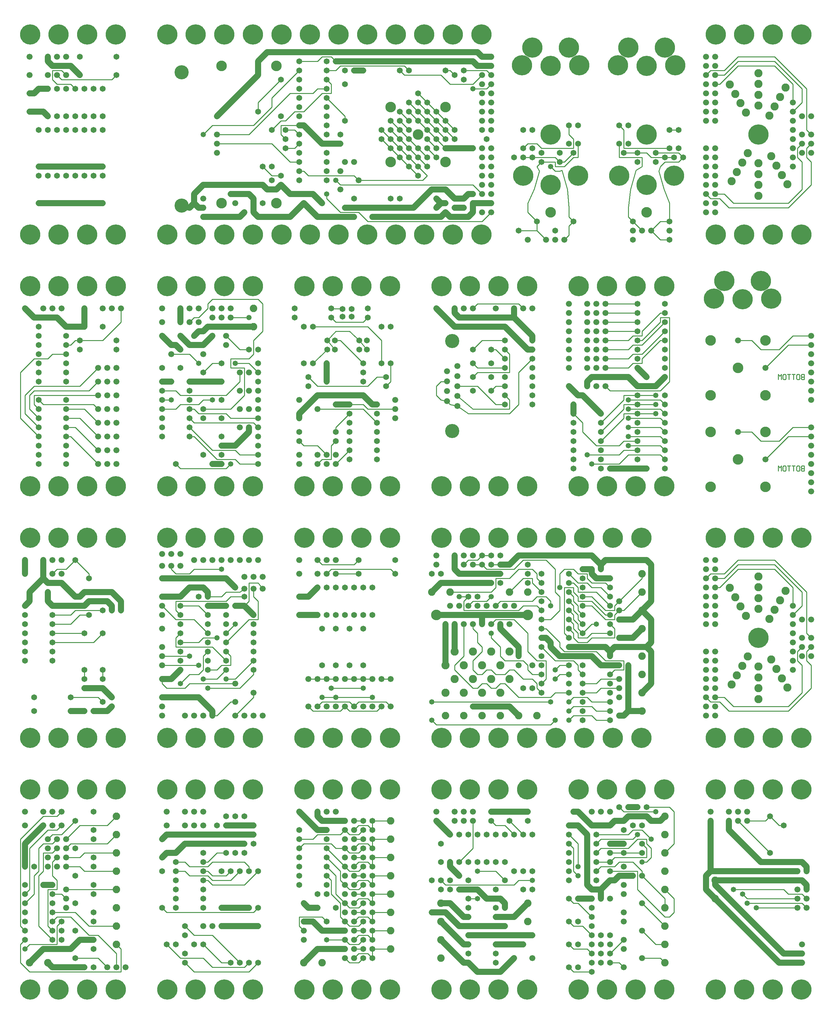
<source format=gbl>
%MOIN*%
%FSLAX25Y25*%
G04 D10 used for Character Trace; *
G04     Circle (OD=.01000) (No hole)*
G04 D11 used for Power Trace; *
G04     Circle (OD=.06700) (No hole)*
G04 D12 used for Signal Trace; *
G04     Circle (OD=.01100) (No hole)*
G04 D13 used for Via; *
G04     Circle (OD=.05800) (Round. Hole ID=.02800)*
G04 D14 used for Component hole; *
G04     Circle (OD=.06500) (Round. Hole ID=.03500)*
G04 D15 used for Component hole; *
G04     Circle (OD=.06600) (Round. Hole ID=.04200)*
G04 D16 used for Component hole; *
G04     Circle (OD=.08200) (Round. Hole ID=.05200)*
G04 D17 used for Component hole; *
G04     Circle (OD=.08900) (Round. Hole ID=.05900)*
G04 D18 used for Component hole; *
G04     Circle (OD=.11600) (Round. Hole ID=.08600)*
G04 D19 used for Component hole; *
G04     Circle (OD=.15500) (Round. Hole ID=.12500)*
G04 D20 used for Component hole; *
G04     Circle (OD=.18200) (Round. Hole ID=.15200)*
G04 D21 used for Component hole; *
G04     Circle (OD=.22100) (Round. Hole ID=.19100)*
%ADD10C,.01000*%
%ADD11C,.06700*%
%ADD12C,.01100*%
%ADD13C,.05800*%
%ADD14C,.06500*%
%ADD15C,.06600*%
%ADD16C,.08200*%
%ADD17C,.08900*%
%ADD18C,.11600*%
%ADD19C,.15500*%
%ADD20C,.18200*%
%ADD21C,.22100*%
%IPPOS*%
%LPD*%
G90*X0Y0D02*D21*X15625Y15625D03*D12*              
X15000Y35000D02*X115000D01*Y60000D01*             
X110000Y65000D01*D16*D03*D12*Y40000D02*Y55000D01* 
D15*Y40000D03*X120000D03*X100000D03*D12*          
X90000Y50000D01*X65000D01*D14*D03*D13*            
X75000Y40000D03*D11*X40000D01*X35000Y45000D01*D16*
D03*D14*X50000Y60000D03*D11*X30000D01*            
X15000Y45000D01*D16*D03*D12*Y35000D02*            
X5000Y45000D01*Y65000D01*X10000Y70000D01*D14*D03* 
D12*Y60000D02*X15000Y65000D01*D13*X10000Y60000D03*
D12*X15000Y65000D02*X45000D01*Y85000D01*          
X50000Y90000D01*D14*D03*D12*X40000D02*            
X45000Y95000D01*D14*X40000Y90000D03*D12*          
X45000Y95000D02*X60000D01*X80000Y75000D01*        
X90000D01*X110000Y55000D01*D14*X85000Y70000D03*   
D11*X70000D01*X60000Y60000D01*X50000D01*D14*      
X40000Y70000D03*D12*X25000Y85000D01*Y140000D01*   
X30000Y145000D01*Y165000D01*X40000D01*            
X45000Y170000D01*D15*D03*D12*X30000Y175000D02*    
X40000D01*X25000Y170000D02*X30000Y175000D01*      
X25000Y145000D02*Y170000D01*X20000Y140000D02*     
X25000Y145000D01*X20000Y120000D02*Y140000D01*     
X10000Y110000D02*X20000Y120000D01*D14*            
X10000Y110000D03*Y120000D03*D12*X15000Y125000D01* 
Y170000D01*X35000Y190000D01*X45000D01*            
X50000Y195000D01*D15*D03*D12*X35000Y180000D02*    
X40000Y185000D01*D15*X35000Y180000D03*D12*        
X40000Y175000D02*X45000Y180000D01*D15*D03*D12*    
X40000Y185000D02*X50000D01*D15*X30000Y195000D03*  
D11*X10000Y175000D01*Y150000D01*D14*D03*X20000D03*
D13*X30000Y130000D03*D11*X40000D01*D14*D03*D12*   
X35000Y125000D02*X45000D01*X35000Y85000D02*       
Y125000D01*X40000Y80000D02*X35000Y85000D01*D14*   
X40000Y80000D03*X50000Y70000D03*Y80000D03*        
X40000Y100000D03*D12*X65000D01*X80000Y85000D01*   
X110000D01*D16*D03*Y105000D03*D14*X85000Y60000D03*
Y100000D03*Y90000D03*Y120000D03*D16*              
X110000Y125000D03*D12*X55000D01*D15*D03*D12*      
Y115000D02*X50000Y120000D01*D15*X55000Y115000D03* 
D12*X40000Y120000D02*X50000D01*D14*X40000D03*D12* 
X45000Y125000D02*Y135000D01*X40000Y140000D01*     
Y155000D01*X45000Y160000D01*D15*D03*              
X55000Y150000D03*D12*X70000D01*X75000Y145000D01*  
X110000D01*D16*D03*Y165000D03*D12*X75000D01*      
X70000Y160000D01*X55000D01*D15*D03*D14*           
X65000Y170000D03*D15*X45000Y150000D03*            
X55000Y170000D03*D12*X60000Y175000D01*X100000D01* 
X110000Y185000D01*D16*D03*D12*X70000Y195000D02*   
X100000D01*X55000Y180000D02*X70000Y195000D01*D15* 
X55000Y180000D03*D12*X50000Y185000D02*            
X65000Y200000D01*D14*D03*D15*X50000Y210000D03*D12*
X45000Y205000D01*X30000D01*X5000Y180000D01*       
Y85000D01*X10000Y80000D01*D14*D03*Y90000D03*      
Y100000D03*X40000Y110000D03*D15*X55000Y105000D03* 
D14*X10000Y130000D03*X65000Y80000D03*Y110000D03*  
Y140000D03*D21*X46875Y15625D03*X78125D03*D15*     
X35000Y150000D03*D14*X85000Y40000D03*Y130000D03*  
Y150000D03*Y160000D03*D15*X35000D03*Y170000D03*   
D14*X85000Y180000D03*D21*X109375Y15625D03*D14*    
X85000Y190000D03*D12*X100000Y195000D02*           
X110000Y205000D01*D16*D03*D14*X85000Y210000D03*   
D21*X78125Y234375D03*X109375D03*X46875D03*D15*    
X40000Y210000D03*Y195000D03*X30000Y210000D03*D21* 
X15625Y234375D03*D15*X10000Y210000D03*Y195000D03* 
G90*X0Y0D02*D14*X160000Y160000D03*D11*            
X165000Y165000D01*X175000D01*D14*D03*D11*         
X185000Y175000D01*X220000D01*D14*D03*D11*         
X230000D01*D13*D03*D11*X250000D01*D13*D03*D14*    
X260000Y185000D03*D11*X240000D01*D13*D03*D11*     
X220000D01*D14*D03*D11*X205000D01*D13*D03*D11*    
X165000D01*X160000Y180000D01*D14*D03*D15*         
X165000Y195000D03*D12*X190000Y150000D02*          
X185000Y155000D01*X190000Y150000D02*X210000D01*   
X215000Y155000D01*X250000D01*X255000Y150000D01*   
Y145000D01*D14*D03*X265000D03*D12*                
X250000Y130000D01*X215000D01*X210000Y135000D01*   
X205000D01*D14*D03*D12*X215000D02*                
X210000Y140000D01*X215000Y135000D02*X235000D01*   
X245000Y145000D01*D14*D03*X235000D03*D12*         
X230000Y140000D01*X215000D01*X210000Y145000D01*   
X205000D01*D14*D03*D12*X190000Y140000D02*         
X210000D01*X190000D02*X185000Y145000D01*          
X175000D01*D14*D03*D12*Y155000D02*X185000D01*D14* 
X175000D03*X160000Y145000D03*X175000Y135000D03*   
X205000Y125000D03*Y155000D03*D12*X210000D01*      
X220000Y165000D01*X230000D01*D14*D03*X240000D03*  
X225000Y145000D03*X250000Y165000D03*X205000D03*   
X260000Y195000D03*D11*X250000D01*D13*D03*D11*     
X230000D01*D13*D03*D14*X240000Y205000D03*         
X230000D03*X220000Y195000D03*X250000Y205000D03*   
D15*X205000Y210000D03*Y195000D03*D14*             
X260000Y175000D03*D15*X195000Y210000D03*          
Y195000D03*D21*X259375Y234375D03*X228125D03*      
X196875D03*D15*X185000Y210000D03*Y195000D03*D21*  
X165625Y234375D03*D15*X165000Y210000D03*D14*      
X175000Y125000D03*Y115000D03*X205000D03*          
X160000Y105000D03*D12*X165000Y100000D01*          
X260000D01*X265000Y105000D01*D14*D03*X255000D03*  
D11*X245000D01*D14*D03*D11*X235000D01*D14*D03*D11*
X225000D01*D14*D03*X245000Y85000D03*D11*          
X235000D01*D14*D03*D11*X225000D01*D15*D03*D12*    
X245000Y45000D02*X215000Y75000D01*D14*            
X245000Y45000D03*D12*X215000Y40000D02*X250000D01* 
X215000D02*X205000Y50000D01*X180000D01*           
X165000Y65000D01*D14*D03*X175000D03*              
X185000Y45000D03*D12*X195000Y35000D01*X255000D01* 
X265000Y45000D01*D14*D03*X255000D03*D12*          
X250000Y40000D01*D14*X235000Y45000D03*D12*        
X225000D01*X205000Y65000D01*D14*D03*D12*          
X195000Y75000D02*X215000D01*X195000D02*           
X185000Y85000D01*D14*D03*Y75000D03*               
X205000Y105000D03*D15*Y85000D03*D14*              
X175000Y105000D03*X195000Y65000D03*D15*           
X215000Y85000D03*D14*X185000Y55000D03*D11*        
X245000Y85000D02*X255000D01*D14*D03*D11*          
X265000D01*D14*D03*D21*X196875Y15625D03*          
X228125D03*X259375D03*X165625D03*G90*X0Y0D02*D12* 
X315000Y80000D02*X310000Y85000D01*D15*            
X315000Y80000D03*D12*X310000Y85000D02*Y95000D01*  
X335000D01*X340000Y90000D01*D14*D03*D11*          
X335000Y80000D02*X340000D01*D14*D03*D11*          
X360000D01*D15*D03*D12*X365000Y85000D02*          
X375000D01*X380000Y90000D01*D14*D03*D12*          
X390000D02*X385000Y95000D01*D14*X390000Y90000D03* 
D12*Y100000D01*D14*D03*D12*X410000D01*D16*D03*D14*
X390000Y120000D03*D12*Y110000D01*D14*D03*D12*     
X385000Y115000D01*X375000D01*X370000Y110000D01*   
D15*D03*D12*X365000Y105000D02*X375000D01*         
X365000D02*X360000Y110000D01*D15*D03*D12*         
X350000Y120000D01*Y140000D01*X340000Y150000D01*   
D14*D03*Y160000D03*D12*X355000Y145000D01*         
Y135000D01*X360000Y130000D01*D15*D03*D12*         
X365000Y125000D01*X375000D01*X380000Y130000D01*   
D14*D03*D12*X390000D02*X385000Y135000D01*D14*     
X390000Y130000D03*D12*Y140000D01*D14*D03*D12*     
X410000D01*D16*D03*D14*X390000Y160000D03*D12*     
Y150000D01*D14*D03*D12*X385000Y155000D01*         
X375000D01*X370000Y150000D01*D15*D03*D12*         
X365000Y145000D02*X375000D01*X365000D02*          
X360000Y150000D01*D15*D03*D12*X340000Y170000D01*  
D14*D03*D12*X350000D02*X345000Y175000D01*         
X350000Y170000D02*X360000D01*D15*D03*D12*         
X365000Y165000D01*X375000D01*X380000Y170000D01*   
D14*D03*D12*X390000D02*X385000Y175000D01*D14*     
X390000Y170000D03*D12*Y180000D01*D14*D03*D12*     
X410000D01*D16*D03*D14*X390000Y200000D03*D12*     
Y190000D01*D14*D03*D12*X385000Y195000D01*         
X375000D01*X370000Y190000D01*D15*D03*D12*         
X365000Y185000D02*X375000D01*X365000D02*          
X360000Y190000D01*D15*D03*D12*X355000Y185000D01*  
X330000D01*X325000Y180000D01*X310000D01*D14*D03*  
D12*Y170000D02*X315000Y175000D01*D14*             
X310000Y170000D03*D12*X315000Y175000D02*          
X345000D01*D14*X340000Y180000D03*D15*             
X360000Y160000D03*D11*X330000Y190000D02*          
X340000D01*D14*D03*D11*X330000D02*                
X310000Y210000D01*D15*D03*D11*X335000Y200000D02*  
X330000Y205000D01*X335000Y200000D02*X360000D01*   
D15*D03*X350000Y210000D03*X370000Y200000D03*D12*  
X380000D01*D14*D03*D12*X390000D02*X410000D01*D16* 
D03*D12*X375000Y175000D02*X385000D01*             
X370000Y170000D02*X375000Y175000D01*D15*          
X370000Y170000D03*D14*X380000Y160000D03*D12*      
X370000D01*D15*D03*D14*X380000Y150000D03*D12*     
X375000Y145000D01*D14*X380000Y140000D03*D12*      
X370000D01*D15*D03*D12*Y130000D02*                
X375000Y135000D01*D15*X370000Y130000D03*D12*      
X375000Y135000D02*X385000D01*D15*                 
X370000Y120000D03*D12*X380000D01*D14*D03*D12*     
X390000D02*X410000D01*D16*D03*D12*                
X375000Y95000D02*X385000D01*X370000Y90000D02*     
X375000Y95000D01*D15*X370000Y90000D03*D12*        
X365000Y85000D02*X360000Y90000D01*D15*D03*D12*    
X355000Y95000D01*Y110000D01*X345000Y120000D01*    
Y135000D01*X340000Y140000D01*D14*D03*Y130000D03*  
D15*X360000Y120000D03*D14*X330000D03*D15*         
X360000Y140000D03*D14*X340000Y120000D03*D15*      
X315000Y110000D03*D11*X320000Y105000D01*          
X330000D01*D14*D03*D15*X315000Y90000D03*D11*      
X325000D01*X335000Y80000D01*D13*X340000Y70000D03* 
D12*X360000D01*D15*D03*D12*X365000Y65000D01*      
X375000D01*X380000Y70000D01*D14*D03*D12*          
X390000D02*X385000Y75000D01*D14*X390000Y70000D03* 
D12*Y80000D01*D14*D03*D12*X410000D01*D16*D03*D14* 
X390000Y60000D03*D12*Y50000D01*D14*D03*D12*       
X385000Y55000D01*X375000D01*X370000Y50000D01*D15* 
D03*D12*X365000Y45000D02*X375000D01*X365000D02*   
X360000Y50000D01*D15*D03*X370000Y60000D03*D12*    
X380000D01*D14*D03*D15*X370000Y70000D03*D12*      
X375000Y75000D01*X385000D01*D14*X380000Y80000D03* 
D12*X370000D01*D15*D03*D12*X390000Y60000D02*      
X410000D01*D16*D03*D14*X380000Y50000D03*D12*      
X375000Y45000D01*D15*X360000Y60000D03*D11*        
X330000D01*X315000Y45000D01*D16*D03*X335000D03*   
D15*X315000Y70000D03*D21*X346875Y15625D03*        
X315625D03*D15*X370000Y100000D03*D12*X380000D01*  
D14*D03*D12*X375000Y105000D02*X380000Y110000D01*  
D14*D03*D15*X360000Y100000D03*D14*                
X350000Y105000D03*D16*X410000Y160000D03*D12*      
X390000D01*D15*X370000Y180000D03*D12*X380000D01*  
D14*D03*D12*X375000Y185000D02*X380000Y190000D01*  
D14*D03*D15*X360000Y180000D03*X340000Y210000D03*  
D21*X409375Y234375D03*X378125D03*X346875D03*D15*  
X330000Y210000D03*D11*Y205000D01*D14*             
X310000Y190000D03*D21*X315625Y234375D03*D14*      
X310000Y160000D03*Y150000D03*Y140000D03*          
Y130000D03*D21*X378125Y15625D03*X409375D03*G90*   
X0Y0D02*D13*X455000Y100000D03*D11*X470000D01*     
X485000Y85000D01*X495000D01*D14*D03*D11*          
X525000D01*D14*D03*D11*X535000D01*D14*D03*D11*    
X525000Y95000D02*X545000D01*D14*X525000D03*       
X535000Y105000D03*D11*Y110000D01*                 
X530000Y115000D01*X525000D01*D14*D03*D11*         
X515000D01*X505000Y125000D01*X485000D01*D14*D03*  
X495000Y115000D03*D12*X505000D01*D13*D03*D14*     
X495000Y105000D03*D11*X490000Y95000D02*X495000D01*
D14*D03*D11*X490000D02*X475000Y110000D01*         
X465000D01*D16*D03*D14*X475000Y125000D03*         
X465000D03*D12*X470000Y130000D02*X545000D01*      
X550000Y135000D01*X565000D01*D13*D03*D14*         
X555000Y145000D03*Y125000D03*X565000Y145000D03*   
Y125000D03*X545000Y145000D03*D16*                 
X560000Y110000D03*D11*X545000Y95000D01*D16*       
X560000Y90000D03*D13*X565000Y75000D03*D11*        
X525000D01*D14*D03*D11*X495000D01*D14*D03*D11*    
X490000Y65000D02*X495000D01*D14*D03*D11*          
X490000D02*X465000Y90000D01*D16*D03*Y70000D03*D11*
X490000Y45000D01*X495000D01*D14*D03*D11*          
X505000Y35000D01*X530000D01*X545000Y50000D01*D15* 
D03*D13*X555000Y65000D03*D11*X525000D01*D14*D03*  
Y55000D03*Y45000D03*X495000Y55000D03*D15*         
X565000Y50000D03*D14*X525000Y105000D03*D21*       
X496875Y15625D03*X528125D03*X559375D03*D14*       
X525000Y125000D03*D16*X465000Y50000D03*D21*       
X465625Y15625D03*D12*X470000Y130000D02*           
X465000Y135000D01*D14*D03*X475000D03*X455000D03*  
D11*X485000Y140000D02*X475000Y150000D01*D13*      
X485000Y140000D03*D11*X475000Y150000D02*          
Y155000D01*D14*D03*X485000D03*D12*                
X500000Y170000D01*Y200000D01*D15*D03*             
X490000Y210000D03*X500000D03*X490000Y200000D03*   
D14*X515000Y185000D03*X485000D03*X495000D03*      
X505000D03*D15*X480000Y210000D03*D14*             
X520000Y200000D03*D12*X525000Y195000D01*          
X535000D01*X545000Y185000D01*D14*D03*X555000D03*  
D12*X540000Y200000D01*D14*D03*Y210000D03*D11*     
X520000D01*D14*D03*D11*X540000D02*X560000D01*D14* 
D03*Y200000D03*X535000Y185000D03*D21*             
X559375Y234375D03*D14*X565000Y185000D03*D21*      
X528125Y234375D03*D14*X525000Y185000D03*          
X505000Y155000D03*X515000D03*X525000D03*          
X535000D03*D13*X505000Y145000D03*D12*X525000D01*  
X535000Y135000D01*D14*D03*X495000Y155000D03*      
Y135000D03*X475000Y185000D03*D11*                 
X460000Y200000D01*D15*D03*Y210000D03*             
X480000Y200000D03*D14*X465000Y175000D03*D21*      
X496875Y234375D03*X465625D03*D14*                 
X465000Y155000D03*G90*X0Y0D02*X605000Y40000D03*   
D12*X610000Y35000D01*X630000D01*D14*D03*          
X640000Y45000D03*X630000D03*X615000Y40000D03*     
X650000Y55000D03*D12*X665000Y70000D01*D15*D03*    
Y60000D03*D14*X650000Y75000D03*Y65000D03*D15*     
X685000Y50000D03*D12*X705000D01*X710000Y45000D01* 
D16*D03*Y65000D03*D12*X700000D01*X685000Y80000D01*
D15*D03*X665000Y100000D03*Y90000D03*D16*          
X710000Y105000D03*D12*Y115000D01*                 
X685000Y140000D01*D15*D03*D12*Y145000D01*         
X675000Y155000D01*X660000D01*X655000Y150000D01*   
X640000D01*X635000Y145000D01*D14*D03*Y155000D03*  
D12*X650000D01*D15*D03*D12*X655000Y160000D01*     
X690000D01*Y170000D01*X685000Y175000D01*D14*D03*  
D12*X690000D02*Y180000D01*X695000Y170000D02*      
X690000Y175000D01*X695000Y160000D02*Y170000D01*   
X690000Y155000D02*X695000Y160000D01*              
X685000Y155000D02*X690000D01*D13*X685000D03*D12*  
X680000Y125000D02*Y145000D01*X710000Y95000D02*    
X680000Y125000D01*X710000Y95000D02*X715000D01*    
X720000Y100000D01*Y115000D01*X710000Y125000D01*   
D16*D03*Y145000D03*D15*X685000Y110000D03*D12*     
X710000Y85000D01*D16*D03*D15*X665000Y130000D03*   
Y40000D03*D12*X660000Y45000D01*X650000D01*D14*D03*
X640000Y55000D03*X630000Y65000D03*Y55000D03*D12*  
X625000Y60000D01*X610000D01*X605000Y65000D01*D14* 
D03*X615000D03*D12*X630000Y75000D02*              
X620000Y85000D01*D14*X630000Y75000D03*            
X640000Y65000D03*D12*X610000Y85000D02*X620000D01* 
X610000D02*X605000Y90000D01*D14*D03*X615000D03*   
D12*X630000Y95000D02*X615000Y110000D01*D14*       
X630000Y95000D03*Y105000D03*Y85000D03*D12*        
X610000Y110000D02*X615000D01*X610000D02*          
X605000Y115000D01*D14*D03*X615000D03*D11*         
X630000D01*D15*D03*D11*X640000D02*Y125000D01*D15* 
Y115000D03*D11*X630000Y125000D02*X640000D01*      
X650000Y135000D01*D14*D03*D11*X655000D01*         
X660000Y140000D01*X675000D01*D13*D03*D12*         
X650000Y145000D02*X680000D01*D14*X650000D03*D15*  
X665000Y150000D03*D14*X635000Y135000D03*D11*      
X630000Y125000D02*X625000Y130000D01*Y185000D01*   
X615000Y195000D01*D13*D03*D11*X605000D01*D14*D03* 
Y185000D03*D12*X615000Y175000D01*Y150000D01*D13*  
D03*D12*Y140000D02*X610000Y145000D01*D13*         
X615000Y140000D03*D12*X610000Y145000D02*          
Y170000D01*X605000Y175000D01*D14*D03*Y165000D03*  
Y155000D03*D11*X630000Y195000D02*X635000D01*D14*  
D03*D11*X650000D01*D15*D03*D11*X655000Y200000D01* 
X665000D01*D14*D03*D11*X670000Y205000D01*         
X690000D01*X695000Y200000D01*X705000D01*          
X710000Y205000D01*D16*D03*D12*X720000Y210000D02*  
X715000Y215000D01*X720000Y175000D02*Y210000D01*   
X710000Y165000D02*X720000Y175000D01*D16*          
X710000Y165000D03*D13*X695000Y180000D03*D12*      
X685000Y190000D01*X675000D01*X670000Y185000D01*   
X635000D01*D14*D03*D12*Y175000D02*                
X640000Y180000D01*D14*X635000Y175000D03*D12*      
Y165000D02*X640000Y170000D01*D14*                 
X635000Y165000D03*D12*X640000Y170000D02*          
X670000D01*X680000Y180000D01*X690000D01*D13*      
X680000Y185000D03*D12*X675000Y180000D01*          
X640000D01*D15*X650000Y175000D03*D11*X665000D01*  
D14*D03*Y165000D03*D12*X650000D01*D15*D03*D12*    
X665000D02*X685000D01*D14*D03*D16*                
X710000Y185000D03*D14*X665000Y190000D03*          
X685000Y195000D03*X675000D03*D15*                 
X640000Y210000D03*X665000Y120000D03*D13*          
X700000Y210000D03*D12*X665000D01*                 
X660000Y215000D01*D14*D03*X670000D03*D11*         
X680000D01*D14*D03*X690000D03*D12*X715000D01*D21* 
X709375Y234375D03*X678125D03*D15*                 
X650000Y210000D03*D21*X646875Y234375D03*D15*      
X630000Y210000D03*D11*Y195000D02*                 
X615000Y210000D01*X610000D01*D15*D03*D21*         
X615625Y234375D03*D14*X605000Y145000D03*          
Y135000D03*D15*X650000Y115000D03*D14*             
X640000Y75000D03*D21*X615625Y15625D03*X646875D03* 
X678125D03*X709375D03*G90*X0Y0D02*D11*            
X765000Y115000D02*X755000Y125000D01*D16*          
X765000Y115000D03*D11*X835000Y45000D01*X860000D01*
D15*D03*Y55000D03*D11*X840000D01*                 
X765000Y130000D01*Y135000D01*D16*D03*D11*         
X860000D01*X865000Y130000D01*Y125000D01*D15*D03*  
D12*Y115000D02*X860000Y120000D01*D15*             
X865000Y115000D03*D12*X845000Y120000D02*          
X860000D01*X845000D02*X840000Y125000D01*          
X785000D01*D13*D03*X795000Y120000D03*D12*         
X800000Y115000D01*X855000D01*D15*D03*D12*         
X865000Y105000D02*X860000Y110000D01*D15*          
X865000Y105000D03*D12*X800000Y110000D02*          
X860000D01*D13*X800000D03*X810000Y105000D03*D12*  
X855000D01*D15*D03*Y125000D03*X865000Y145000D03*  
D11*Y150000D01*X860000Y155000D01*X840000D01*D14*  
D03*D11*X815000D01*X780000Y190000D01*Y200000D01*  
D15*D03*X790000Y210000D03*Y200000D03*D12*         
X825000Y165000D01*D14*D03*D15*X855000Y145000D03*  
D11*X760000D01*X755000Y140000D01*Y125000D01*      
X760000Y145000D02*Y200000D01*D15*D03*Y210000D03*  
X780000D03*D21*X796875Y234375D03*X765625D03*D15*  
X800000Y200000D03*D12*X820000D01*                 
X825000Y205000D01*D14*D03*D12*X835000Y195000D01*  
X840000D01*D14*D03*D21*X859375Y234375D03*D15*     
X800000Y210000D03*D21*X828125Y234375D03*D15*      
X860000Y65000D03*D21*X765625Y15625D03*X796875D03* 
X828125D03*X859375D03*G90*X0Y0D02*                
X109375Y290625D03*X78125D03*X46875D03*X15625D03*  
D11*X85000Y320000D02*X100000D01*D14*X85000D03*    
X95000Y330000D03*D12*X90000Y335000D01*X60000D01*  
D14*D03*X75000Y320000D03*D11*X60000D01*D14*D03*   
X75000Y345000D03*D11*X95000D01*D14*D03*D11*       
X105000Y335000D01*D14*D03*Y325000D03*D11*         
X100000Y320000D01*D14*X95000Y355000D03*D12*       
Y365000D01*D14*D03*X75000D03*D12*Y355000D01*D14*  
D03*X40000Y385000D03*Y375000D03*D12*Y395000D02*   
X85000D01*D14*X40000D03*Y405000D03*D12*X75000D01* 
D14*D03*D12*X85000Y395000D02*X95000Y405000D01*D14*
D03*X80000Y425000D03*D12*X70000D01*               
X60000Y415000D01*X40000D01*D14*D03*Y425000D03*D12*
X60000D01*X65000Y430000D01*X95000D01*D14*D03*D11* 
X105000Y435000D02*X100000Y440000D01*              
X105000Y430000D02*Y435000D01*D14*Y430000D03*D11*  
X115000D02*Y440000D01*D14*Y430000D03*D11*         
Y440000D02*X105000Y450000D01*X75000D01*           
X70000Y445000D01*X65000D01*D14*D03*D11*           
X50000Y460000D01*X35000D01*X30000Y465000D01*      
X15000Y450000D01*D14*D03*D11*Y440000D01*          
X10000Y435000D01*D14*D03*Y425000D03*Y415000D03*   
D11*X40000Y435000D02*X35000Y440000D01*D14*        
X40000Y435000D03*D11*X75000D01*X80000Y440000D01*  
X100000D01*D14*X80000Y465000D03*D12*Y470000D01*   
X65000Y485000D01*D14*D03*D12*X55000Y475000D01*    
X45000D01*X40000Y470000D01*D15*D03*X50000D03*     
X30000D03*D11*Y465000D01*Y470000D02*Y485000D01*   
D15*D03*X40000D03*X50000D03*X10000D03*D11*        
Y470000D01*D15*D03*D14*X35000Y450000D03*D11*      
Y440000D01*D14*X10000Y405000D03*Y395000D03*       
Y385000D03*Y375000D03*D21*X78125Y509375D03*       
X46875D03*X15625D03*X109375D03*D14*               
X20000Y335000D03*Y320000D03*G90*X0Y0D02*D21*      
X259375Y290625D03*X228125D03*X196875D03*          
X165625D03*D15*X270000Y315000D03*X260000D03*      
X250000D03*X240000D03*D12*X260000Y335000D01*      
Y340000D01*D15*D03*D12*X210000Y345000D02*         
X245000D01*D13*X210000D03*D12*X205000Y355000D02*  
X220000D01*D13*X205000D03*D12*X190000Y360000D02*  
X200000D01*X180000Y350000D02*X190000Y360000D01*   
D13*X180000Y350000D03*D12*X165000Y345000D02*      
X185000D01*X165000D02*X160000Y350000D01*          
Y355000D01*D15*D03*D11*X170000D01*                
X180000Y365000D01*D14*D03*Y375000D03*D13*         
X190000Y380000D03*D12*X160000D01*D15*D03*         
Y390000D03*Y370000D03*D12*X200000D01*D13*D03*D12* 
Y360000D02*X205000Y365000D01*Y380000D01*          
X210000Y385000D01*D14*D03*D12*X230000Y375000D02*  
X215000Y390000D01*D14*X230000Y375000D03*D12*      
X225000Y370000D02*X235000D01*X220000Y365000D02*   
X225000Y370000D01*X210000Y365000D02*X220000D01*   
D14*X210000D03*D12*X220000Y355000D02*             
X230000Y365000D01*D14*D03*D12*X235000Y370000D02*  
Y380000D01*X230000Y385000D01*D14*D03*Y395000D03*  
D12*X255000Y420000D01*X265000D01*Y440000D01*      
X260000Y445000D01*Y453500D01*D15*D03*D12*         
X270000D02*X265000Y460000D01*D15*                 
X270000Y453500D03*D12*X255000Y460000D02*          
X265000D01*X255000Y440000D02*Y460000D01*          
X250000Y435000D02*X255000Y440000D01*D14*          
X250000Y435000D03*D11*X260000Y425000D01*D14*D03*  
D11*X240000Y435000D02*X250000D01*D13*X240000D03*  
D14*X250000Y445000D03*D12*X235000D01*             
X230000Y440000D01*X175000D01*Y430000D01*          
X180000Y425000D01*D14*D03*D12*X175000Y420000D02*  
X195000D01*X210000Y405000D01*D14*D03*D12*         
X200000Y395000D02*X205000Y400000D01*              
X180000Y395000D02*X200000D01*D14*X180000D03*D12*  
X175000Y390000D02*Y400000D01*Y390000D02*          
X215000D01*D14*X210000Y395000D03*D12*             
X205000Y400000D02*X220000D01*D13*D03*D14*         
X230000Y405000D03*D12*X240000Y415000D01*D13*D03*  
D14*X230000Y425000D03*Y415000D03*                 
X260000Y395000D03*D13*X220000Y435000D03*D11*      
X210000D01*D14*D03*X200000Y445000D03*D11*         
X220000Y435000D02*X230000D01*D14*D03*D12*         
X210000Y445000D02*X225000D01*D14*X210000D03*D11*  
Y450000D01*X205000Y455000D01*X190000D01*          
X180000Y445000D01*D14*D03*D11*X160000D01*D15*D03* 
Y435000D03*D12*X175000Y420000D01*D14*             
X180000Y415000D03*Y435000D03*D12*X200000D01*      
X210000Y425000D01*D14*D03*Y415000D03*D12*         
X225000Y445000D02*X230000Y450000D01*X245000D01*   
X250000Y453500D01*D15*D03*X260000Y466500D03*      
X250000D03*D13*X240000Y455000D03*D11*             
X230000Y465000D01*X160000D01*D15*D03*D12*         
X175000Y470000D02*X170000Y475000D01*              
X175000Y470000D02*X190000D01*X195000Y475000D01*   
X225000D01*D13*D03*D15*X235000Y485000D03*         
X215000D03*X225000D03*X205000D03*X245000D03*      
X195000D03*X255000D03*D21*X259375Y509375D03*      
X228125D03*X196875D03*D15*X265000Y485000D03*      
X180000Y491500D03*X270000Y466500D03*              
X180000Y478500D03*X170000Y491500D03*Y478500D03*   
D12*Y475000D01*D15*X160000Y478500D03*Y491500D03*  
D21*X165625Y509375D03*D15*X160000Y425000D03*      
Y410000D03*D14*X180000Y405000D03*D12*             
X175000Y400000D01*D14*X180000Y385000D03*          
X210000Y375000D03*D12*X185000Y345000D02*          
X190000Y350000D01*X240000D01*D15*D03*D12*         
X245000Y345000D02*X260000Y360000D01*Y365000D01*   
D14*D03*Y375000D03*D12*X240000Y355000D01*         
X230000D01*D13*D03*D12*X220000Y315000D02*         
X235000Y330000D01*X215000Y315000D02*X220000D01*   
D15*X215000D03*D11*Y320000D01*X200000Y335000D01*  
X160000D01*D15*D03*Y325000D03*Y315000D03*         
X185000D03*X195000D03*X205000D03*D12*             
X235000Y330000D02*X240000D01*D15*D03*D14*         
X260000Y385000D03*Y405000D03*Y415000D03*G90*      
X0Y0D02*D21*X315625Y290625D03*D15*                
X320000Y325000D03*D12*X325000Y320000D01*          
X355000D01*X360000Y325000D01*D15*D03*D12*         
X365000Y320000D01*X395000D01*X400000Y325000D01*   
D15*D03*D12*X410000D02*X405000Y330000D01*D15*     
X410000Y325000D03*D12*X375000Y330000D02*          
X405000D01*X370000Y325000D02*X375000Y330000D01*   
D15*X370000Y325000D03*D12*X365000Y330000D01*      
X335000D01*X330000Y325000D01*D15*D03*D13*         
X335000Y335000D03*D12*X350000D01*D13*D03*D12*     
X390000D01*D13*D03*X380000Y345000D03*D12*         
X345000D01*D13*D03*D15*X350000Y355000D03*D12*     
X340000D01*D15*D03*D12*X330000D01*D15*D03*D12*    
X320000D01*D15*D03*D14*X335000Y370000D03*D15*     
X350000Y325000D03*D14*Y370000D03*D15*             
X340000Y325000D03*X360000Y355000D03*D12*          
X370000D01*D15*D03*D12*X380000D01*D15*D03*D12*    
X390000D01*D15*D03*X400000D03*D12*X410000D01*D15* 
D03*X380000Y325000D03*X390000D03*D14*             
X380000Y370000D03*X365000D03*X380000Y410000D03*   
X365000D03*X350000D03*D21*X346875Y290625D03*      
X378125D03*X409375D03*D14*X340000Y425000D03*      
X390000D03*X380000D03*X370000D03*X360000D03*      
X350000D03*X335000Y410000D03*X330000Y425000D03*   
D11*X310000D01*D14*D03*D11*Y445000D02*X320000D01* 
D14*X310000D03*D11*X320000D02*X330000Y455000D01*  
D14*D03*X340000D03*D15*Y470000D03*D12*            
X345000Y475000D01*X410000D01*X415000Y470000D01*   
D14*D03*Y485000D03*X390000Y455000D03*X380000D03*  
X375000Y485000D03*D12*X370000Y480000D01*          
X335000D01*X330000Y485000D01*D15*D03*X340000D03*  
X330000Y470000D03*X350000D03*D12*X375000D01*D14*  
D03*X360000Y455000D03*X370000D03*D15*             
X350000Y485000D03*D14*Y455000D03*D21*             
X409375Y509375D03*X378125D03*X346875D03*          
X315625D03*D15*X310000Y485000D03*Y470000D03*G90*  
X0Y0D02*D13*X455000Y310000D03*D12*                
X460000Y305000D01*X585000D01*X590000Y310000D01*   
D13*D03*X605000D03*D12*X610000Y315000D01*         
X630000D01*X635000Y310000D01*X650000D01*D14*D03*  
Y320000D03*D12*X635000D01*X630000Y325000D01*      
X610000D01*X605000Y320000D01*D13*D03*Y330000D03*  
D12*X610000Y335000D01*X625000D01*                 
X630000Y330000D01*X650000D01*D14*D03*Y340000D03*  
D15*X660000Y335000D03*D11*Y315000D02*X665000D01*  
D15*X660000D03*D11*X665000D02*X670000Y320000D01*  
X685000D01*D16*D03*D11*X670000D02*Y370000D01*D13* 
D03*D12*X665000Y365000D02*Y375000D01*             
X655000Y365000D02*X665000D01*X650000Y360000D02*   
X655000Y365000D01*D14*X650000Y360000D03*D13*      
X660000Y370000D03*D11*X650000D01*D14*D03*D11*     
X640000D01*X630000Y380000D01*D14*D03*D11*         
X605000D01*D14*D03*D11*X595000D01*                
X585000Y390000D01*Y395000D01*X580000Y400000D01*   
X575000D01*D14*D03*D12*X595000Y395000D02*         
X580000Y410000D01*X595000Y390000D02*Y395000D01*   
X600000Y385000D02*X595000Y390000D01*              
X600000Y385000D02*X635000D01*X645000Y375000D01*   
X665000D01*D11*X650000Y380000D02*Y385000D01*D14*  
Y380000D03*D11*Y385000D02*X655000Y390000D01*      
X690000D01*X695000Y385000D01*Y350000D01*          
X685000Y340000D01*D16*D03*Y360000D03*D15*         
X660000Y355000D03*D12*X640000D01*                 
X635000Y350000D01*X620000D01*D14*D03*Y360000D03*  
D12*X615000Y365000D01*Y370000D01*                 
X610000Y375000D01*X590000D01*X575000Y390000D01*   
D14*D03*Y380000D03*D12*X560000Y385000D02*         
Y405000D01*X570000Y375000D02*X560000Y385000D01*   
X570000Y375000D02*X580000D01*Y355000D01*          
X575000Y350000D01*D14*D03*D12*Y340000D02*         
X570000Y345000D01*D14*X575000Y340000D03*D12*      
X570000Y345000D02*Y350000D01*X565000Y355000D01*   
X555000D01*X545000Y365000D01*X540000D01*          
X535000Y360000D01*X525000D01*X520000Y365000D01*   
X515000D01*X510000Y360000D01*X505000D01*          
X500000Y365000D01*Y375000D01*X510000Y385000D01*   
Y390000D01*X505000Y395000D01*Y405000D01*          
X500000Y410000D01*Y415000D01*D15*D03*D11*         
X510000D02*Y425000D01*D15*Y415000D03*D13*         
X520000Y405000D03*D12*Y400000D01*                 
X530000Y390000D01*Y380000D01*X535000Y375000D01*   
X555000D01*X560000Y370000D01*Y365000D01*          
X565000Y360000D01*X575000D01*D14*D03*D15*         
X565000Y370000D03*D14*X575000D03*                 
X565000Y345000D03*D13*X590000Y355000D03*D12*      
X595000Y360000D01*X605000D01*D14*D03*D12*         
X590000Y365000D02*X595000Y370000D01*D13*          
X590000Y365000D03*D12*X595000Y370000D02*          
X605000D01*D14*D03*X620000D03*D13*Y390000D03*D11* 
X605000D01*D14*D03*D12*X615000Y400000D02*         
X625000D01*X630000Y405000D01*X650000D01*D14*D03*  
D12*X630000Y400000D02*X655000D01*                 
X625000Y395000D02*X630000Y400000D01*              
X615000Y395000D02*X625000D01*X615000D02*          
X610000Y400000D01*Y405000D01*X605000Y410000D01*   
D14*D03*D12*X610000D02*Y415000D01*                
X615000Y405000D02*X610000Y410000D01*              
X615000Y400000D02*Y405000D01*D14*X620000D03*D12*  
X630000Y415000D01*X635000D01*D13*D03*D12*         
X645000Y425000D02*X650000D01*D14*D03*D12*         
X645000Y420000D02*X655000D01*X645000D02*          
X630000Y435000D01*X620000D01*D14*D03*D12*         
X615000Y440000D02*X630000D01*X645000Y425000D01*   
Y430000D02*X655000D01*Y435000D01*                 
X660000Y440000D01*D15*D03*D12*X685000Y465000D01*  
Y470000D01*D16*D03*D11*X695000Y440000D02*         
Y480000D01*X685000Y430000D02*X695000Y440000D01*   
D16*X685000Y430000D03*D11*X675000Y420000D01*      
X660000D01*D15*D03*D12*X655000D02*Y425000D01*D14* 
X650000Y415000D03*D12*X655000Y410000D01*          
Y400000D01*D15*X660000D03*D11*X675000D01*         
X685000Y410000D01*D16*D03*D11*X695000Y395000D02*  
Y420000D01*X690000Y390000D02*X695000Y395000D01*   
D16*X685000Y380000D03*D11*X695000Y420000D02*      
X685000Y430000D01*D16*Y450000D03*D12*             
X665000Y430000D01*X660000D01*D15*D03*D12*         
X655000Y425000D01*X645000Y430000D02*              
X630000Y445000D01*X620000D01*D14*D03*D12*         
X615000Y450000D02*X635000D01*X650000Y435000D01*   
D14*D03*Y445000D03*D12*X640000Y455000D01*         
X630000D01*X625000Y460000D01*X615000D01*          
X605000Y470000D01*D14*D03*D12*X615000D02*         
X610000Y475000D01*X615000Y470000D02*X625000D01*   
Y465000D01*X630000Y460000D01*X645000D01*          
X650000Y455000D01*D14*D03*Y465000D03*D11*         
X635000D01*X630000Y470000D01*Y475000D01*          
X620000D01*D14*D03*D12*X600000D02*X610000D01*     
X595000Y470000D02*X600000Y475000D01*              
X595000Y455000D02*Y470000D01*D13*Y455000D03*D12*  
Y445000D02*X590000Y450000D01*X595000Y430000D02*   
Y445000D01*X585000Y420000D02*X595000Y430000D01*   
X575000Y420000D02*X585000D01*D14*X575000D03*      
Y430000D03*D12*X570000Y435000D01*X555000D01*      
X550000Y430000D01*X490000D01*Y440000D01*          
X495000Y445000D01*D14*D03*D12*X485000D01*D13*D03* 
D15*X495000Y435000D03*D12*X500000Y440000D01*      
X515000D01*X520000Y445000D01*D13*D03*D12*         
X475000Y450000D02*X520000D01*D16*X475000D03*D11*  
X455000D02*X465000Y460000D01*D16*                 
X455000Y450000D03*D11*X465000Y460000D02*          
X500000D01*D14*D03*D11*X520000D01*D13*D03*D12*    
Y450000D02*X525000Y455000D01*Y465000D01*          
X540000D01*X550000Y475000D01*X565000D01*          
X570000Y470000D01*Y465000D01*X575000Y460000D01*   
D14*D03*D12*X565000D02*Y465000D01*                
X575000Y450000D02*X565000Y460000D01*D14*          
X575000Y450000D03*D12*X585000Y440000D02*          
X580000Y445000D01*X585000Y435000D02*Y440000D01*   
D13*Y435000D03*D14*X575000Y440000D03*D12*         
X570000Y445000D02*X580000D01*X565000Y440000D02*   
X570000Y445000D01*X530000Y440000D02*X565000D01*   
X525000Y435000D02*X530000Y440000D01*D15*          
X525000Y435000D03*X535000D03*X515000D03*D16*      
X540000Y450000D03*D12*X555000Y465000D01*          
X565000D01*D14*X560000Y470000D03*Y460000D03*      
X575000Y470000D03*D16*X560000Y450000D03*D14*      
Y480000D03*D12*X590000Y475000D02*                 
X580000Y485000D01*X590000Y450000D02*Y475000D01*   
X600000Y405000D02*Y455000D01*X605000Y400000D02*   
X600000Y405000D01*D14*X605000Y400000D03*D12*      
X620000Y405000D02*X615000Y410000D01*Y415000D01*   
X610000Y420000D01*Y425000D01*X605000Y430000D01*   
D14*D03*D12*X610000D02*Y435000D01*                
X615000Y425000D02*X610000Y430000D01*              
X615000Y420000D02*Y425000D01*X620000Y415000D02*   
X615000Y420000D01*D14*X620000Y415000D03*          
Y425000D03*D12*X615000Y430000D01*Y435000D01*      
X610000Y440000D01*Y445000D01*X605000Y450000D01*   
D14*D03*D12*X610000D02*Y455000D01*                
X615000Y445000D02*X610000Y450000D01*              
X615000Y440000D02*Y445000D01*X610000Y435000D02*   
X605000Y440000D01*D14*D03*D12*X615000Y450000D02*  
Y455000D01*X610000Y460000D01*X605000D01*D14*D03*  
D12*X600000Y455000D02*X610000D01*D14*X620000D03*  
Y465000D03*D12*X555000Y485000D02*X580000D01*      
X545000Y475000D02*X555000Y485000D01*              
X515000Y475000D02*X545000D01*X515000D02*          
X510000Y480000D01*D14*D03*D12*X500000D01*D15*D03* 
D12*X495000Y485000D02*X505000D01*                 
X490000Y480000D02*X495000Y485000D01*D15*          
X490000Y480000D03*D14*X500000Y470000D03*D11*      
X485000D01*X480000Y475000D01*Y480000D01*D15*D03*  
D11*Y490000D01*D15*D03*X490000D03*D11*            
X500000Y470000D02*X530000D01*D14*D03*D11*         
Y480000D02*X540000D01*D14*X530000D03*D12*         
X520000D01*D14*D03*X530000Y490000D03*X510000D03*  
D12*X505000Y485000D01*X510000Y490000D02*          
X520000D01*D14*D03*D11*X540000Y480000D02*         
X550000Y490000D01*X560000D01*D14*D03*D11*         
X630000D01*X640000Y480000D01*Y475000D01*D14*D03*  
D11*Y480000D02*X645000Y485000D01*X690000D01*      
X695000Y480000D01*D21*X684375Y509375D03*          
X653125D03*X621875D03*D12*X610000Y415000D02*      
X605000Y420000D01*D14*D03*D12*X575000Y410000D02*  
X580000D01*D14*X575000D03*D18*X560000Y425000D03*  
D11*X510000D01*X460000D01*D18*D03*D13*            
X470000Y415000D03*D11*Y370000D01*D17*D03*D12*     
X500000Y345000D02*X480000Y365000D01*              
X500000Y345000D02*X505000D01*X510000Y350000D01*   
X515000D01*X520000Y345000D01*X525000D01*          
X530000Y350000D01*X535000D01*X550000Y335000D01*   
X585000D01*X590000Y340000D01*X605000D01*D14*D03*  
Y350000D03*X620000Y330000D03*Y340000D03*D12*      
X635000D01*X640000Y345000D01*X660000D01*D15*D03*  
D14*X650000Y350000D03*D11*Y385000D02*             
X645000Y390000D01*X620000D01*D13*                 
X585000Y330000D03*D12*X455000D01*D13*D03*D16*     
X470000Y315000D03*D17*Y340000D03*                 
X480000Y355000D03*D12*Y365000D02*Y370000D01*      
X490000Y380000D01*Y415000D01*D15*D03*X480000D03*  
D11*Y385000D01*D17*D03*X490000Y370000D03*         
X500000Y385000D03*X510000Y370000D03*              
X500000Y355000D03*X520000D03*Y385000D03*D15*      
Y415000D03*D12*X525000Y420000D01*X545000D01*      
X560000Y405000D01*D11*X550000Y380000D02*          
Y390000D01*D13*Y380000D03*D17*X540000Y385000D03*  
D11*X550000Y390000D02*X530000Y410000D01*          
Y415000D01*D15*D03*X540000D03*X545000Y435000D03*  
X505000D03*D14*Y445000D03*D15*X485000Y435000D03*  
D14*X530000Y460000D03*D17*Y370000D03*D15*         
X550000D03*X475000Y435000D03*D17*                 
X540000Y355000D03*D14*X465000Y470000D03*D15*      
X460000Y480000D03*D14*X555000Y345000D03*          
X455000Y470000D03*D17*X490000Y340000D03*          
X510000D03*X530000D03*D15*X500000Y490000D03*      
X460000D03*D13*X500000Y325000D03*D11*X540000D01*  
X550000Y315000D01*D16*D03*X570000D03*X530000D03*  
D21*X528125Y290625D03*X559375D03*X590625D03*D16*  
X510000Y315000D03*D21*X496875Y290625D03*D16*      
X490000Y315000D03*D21*X621875Y290625D03*D14*      
X620000Y310000D03*Y320000D03*D21*                 
X465625Y290625D03*X653125D03*X684375D03*          
X590625Y509375D03*X559375D03*X528125D03*          
X496875D03*X465625D03*G90*X0Y0D02*D15*            
X755000Y315000D03*Y325000D03*Y335000D03*D12*      
X760000Y330000D01*X770000D01*X780000Y320000D01*   
X845000D01*X870000Y345000D01*Y370000D01*          
X865000Y375000D01*Y385000D01*X870000Y390000D01*   
D15*D03*X860000Y400000D03*Y380000D03*             
X870000Y400000D03*D12*X865000Y405000D01*          
Y450000D01*X830000Y485000D01*X790000D01*          
X775000Y470000D01*X760000D01*X755000Y465000D01*   
D15*D03*X765000Y455000D03*D12*X770000D01*         
X790000Y475000D01*X830000D01*X850000Y455000D01*   
Y435000D01*D15*D03*D12*Y425000D02*                
X860000Y435000D01*D15*X850000Y425000D03*D12*      
X860000Y435000D02*Y450000D01*X830000Y480000D01*   
X790000D01*X775000Y465000D01*X765000D01*D15*D03*  
X755000Y475000D03*Y455000D03*X765000Y475000D03*   
D17*X781004Y454553D03*X786909Y444324D03*D15*      
X755000Y445000D03*X765000Y485000D03*Y445000D03*   
X755000Y485000D03*D17*X792815Y434095D03*D15*      
X755000Y435000D03*X765000D03*X755000Y425000D03*   
X765000D03*D17*X798720Y423867D03*D21*             
X796875Y509375D03*X765625D03*D17*                 
X812500Y431496D03*Y443307D03*Y455118D03*D15*      
X755000Y415000D03*D17*X812500Y466929D03*D15*      
X765000Y415000D03*D17*X824311Y420457D03*          
X830217Y430686D03*D21*X828125Y509375D03*          
X812500Y400000D03*D17*X836122Y440915D03*          
X842028Y451143D03*D15*X755000Y385000D03*          
X765000D03*X850000D03*Y395000D03*Y405000D03*      
Y415000D03*D17*X800689Y379543D03*D12*             
X855000Y385000D02*Y375000D01*X860000Y390000D02*   
X855000Y385000D01*D15*X860000Y390000D03*          
X870000Y380000D03*X850000Y375000D03*D12*          
X855000D02*X860000Y370000D01*Y340000D01*          
X845000Y325000D01*X785000D01*X775000Y335000D01*   
X765000D01*D15*D03*X755000Y345000D03*X765000D03*  
Y325000D03*Y355000D03*Y315000D03*                 
X755000Y355000D03*D17*X782972Y348857D03*          
X788878Y359085D03*D15*X765000Y365000D03*          
X755000D03*D17*X794783Y369314D03*D15*             
X765000Y375000D03*X755000D03*D17*                 
X812500Y333071D03*D21*X765625Y290625D03*D17*      
X812500Y344882D03*Y356693D03*D21*                 
X796875Y290625D03*D17*X812500Y368504D03*          
X826280Y376133D03*D21*X828125Y290625D03*D17*      
X832185Y365905D03*X838091Y355676D03*              
X843996Y345447D03*D15*X850000Y365000D03*D21*      
X859375Y290625D03*D15*X860000Y420000D03*          
X870000D03*D21*X859375Y509375D03*G90*X0Y0D02*     
X109375Y565625D03*X78125D03*X46875D03*X15625D03*  
D15*X110000Y590000D03*X100000D03*X90000D03*D12*   
X60000Y620000D01*X55000D01*D14*D03*D12*           
X90000Y605000D02*X65000Y630000D01*D15*            
X90000Y605000D03*X100000D03*Y620000D03*X90000D03* 
D12*X70000Y640000D01*X55000D01*D14*D03*D12*       
Y630000D02*X65000D01*D14*X55000D03*D12*           
X90000Y635000D02*X75000Y650000D01*D15*            
X90000Y635000D03*X100000D03*D12*X55000Y650000D02* 
X75000D01*D14*X55000D03*Y660000D03*D12*           
X20000Y675000D02*X70000D01*X10000Y665000D02*      
X20000Y675000D01*X10000Y645000D02*Y665000D01*     
X25000Y630000D02*X10000Y645000D01*D14*            
X25000Y630000D03*Y640000D03*D12*X15000Y650000D01* 
Y665000D01*X20000Y670000D01*X80000D01*            
X90000Y680000D01*D15*D03*X100000D03*Y695000D03*   
X90000D03*D12*X70000Y675000D01*D14*               
X55000Y690000D03*Y680000D03*D15*X90000Y665000D03* 
D12*X20000D01*Y655000D01*X25000Y650000D01*D14*D03*
D12*X30000Y655000D02*X85000D01*X90000Y650000D01*  
D15*D03*X100000D03*Y665000D03*X110000Y635000D03*  
Y650000D03*Y665000D03*Y680000D03*Y620000D03*D14*  
X55000Y610000D03*D15*X110000Y695000D03*Y605000D03*
D14*X55000Y600000D03*Y700000D03*D12*              
X20000Y705000D02*X35000D01*X5000Y690000D02*       
X20000Y705000D01*X5000Y640000D02*Y690000D01*      
X25000Y620000D02*X5000Y640000D01*D14*             
X25000Y620000D03*Y610000D03*Y600000D03*           
X55000Y590000D03*X25000D03*D12*X30000Y655000D02*  
X25000Y660000D01*D14*D03*Y680000D03*Y690000D03*   
Y700000D03*D12*X35000Y705000D02*X40000Y710000D01* 
X55000D01*D14*D03*D12*Y720000D02*X60000D01*D14*   
X55000D03*D12*X60000D02*X65000Y725000D01*         
X70000D01*D14*D03*D12*X95000D01*X115000Y745000D01*
Y760000D01*D15*D03*X105000D03*D14*                
X95000Y740000D03*D15*Y760000D03*D21*              
X109375Y784375D03*X78125D03*D14*X110000Y725000D03*
D15*X75000Y760000D03*D11*Y740000D01*D14*D03*D11*  
X55000D01*D14*D03*D11*X45000Y750000D01*X20000D01* 
X10000Y760000D01*D15*D03*X30000D03*D14*           
X25000Y740000D03*D21*X15625Y784375D03*D15*        
X40000Y760000D03*D14*X25000Y730000D03*D21*        
X46875Y784375D03*D15*X50000Y760000D03*D14*        
X25000Y720000D03*X55000Y730000D03*                
X25000Y710000D03*X70000Y715000D03*X110000D03*G90* 
X0Y0D02*D21*X259375Y565625D03*X228125D03*         
X196875D03*X165625D03*D12*X180000Y585000D02*      
X230000D01*X180000D02*X175000Y590000D01*D14*D03*  
D12*X220000Y595000D02*X195000Y620000D01*          
X220000Y595000D02*X240000D01*X245000Y590000D01*   
X265000D01*D14*D03*Y600000D03*D12*X245000D01*     
X240000Y605000D01*X215000D01*X190000Y630000D01*   
D14*D03*D12*X195000Y635000D02*X260000D01*         
X265000Y630000D01*D15*D03*D14*Y640000D03*D12*     
X235000D01*X230000Y645000D01*X200000D01*          
X195000Y650000D01*X190000D01*D14*D03*D12*         
X175000D02*X180000Y655000D01*X160000Y650000D02*   
X175000D01*D14*X160000D03*D13*X170000Y660000D03*  
D12*X160000D01*D14*D03*Y670000D03*D12*X175000D01* 
X180000Y665000D01*X230000D01*X245000Y680000D01*   
Y690000D01*D15*D03*D12*X250000Y665000D02*         
Y695000D01*X235000Y650000D02*X250000Y665000D01*   
X205000Y650000D02*X235000D01*D14*X205000D03*D12*  
X180000Y655000D02*X200000D01*D14*                 
X190000Y660000D03*Y670000D03*Y640000D03*D12*      
X195000Y635000D01*D14*X205000Y640000D03*          
X190000Y620000D03*D12*X195000D01*D14*             
X205000Y600000D03*X225000Y590000D03*D11*          
X215000D01*D14*D03*X225000Y600000D03*D12*         
X230000Y585000D02*X235000Y590000D01*D13*D03*D11*  
X225000Y610000D02*X240000D01*D14*X225000D03*      
Y620000D03*D11*X240000Y610000D02*                 
X255000Y625000D01*Y630000D01*D15*D03*D14*         
X265000Y620000D03*D15*X245000Y630000D03*          
X265000Y650000D03*X255000D03*X245000D03*D14*      
X265000Y610000D03*X225000Y660000D03*X265000D03*   
X225000Y640000D03*D13*X215000Y660000D03*D12*      
X205000D01*X200000Y655000D01*D14*                 
X225000Y680000D03*D11*X190000D01*D14*D03*         
X205000Y690000D03*D12*X215000Y700000D01*          
X225000D01*D14*D03*D12*X235000Y695000D02*         
X250000D01*D15*X255000Y690000D03*D12*X265000D02*  
X255000Y700000D01*D15*X265000Y690000D03*D12*      
X240000Y700000D02*X255000D01*D13*X240000D03*D12*  
X235000Y695000D02*Y705000D01*X255000D01*          
X260000Y710000D01*Y725000D01*X270000Y735000D01*   
Y765000D01*X265000Y770000D01*X215000D01*          
X210000Y765000D01*Y760000D01*X200000Y750000D01*   
X195000D01*X190000Y745000D01*D15*D03*D11*         
X195000Y730000D02*X200000Y735000D01*D15*          
X195000Y730000D03*D11*X200000Y735000D02*          
X205000D01*X210000Y740000D01*X230000D01*D15*D03*  
D11*X260000D01*D16*D03*D13*X255000Y750000D03*D12* 
X235000D01*D15*D03*X225000Y760000D03*X235000D03*  
X225000Y750000D03*X215000Y730000D03*D11*          
X205000Y720000D01*X190000D01*X180000Y730000D01*   
D15*D03*D11*X170000Y720000D02*X175000D01*         
X180000Y715000D01*D13*D03*D12*X200000Y700000D02*  
X190000Y710000D01*D13*X200000Y700000D03*D12*      
X170000Y710000D02*X190000D01*D15*X170000D03*D11*  
Y720000D02*X160000Y730000D01*D15*D03*Y745000D03*  
X180000D03*D11*Y760000D01*D15*D03*X190000D03*     
X200000Y745000D03*Y760000D03*X160000D03*D21*      
X196875Y784375D03*X165625D03*D15*                 
X215000Y750000D03*Y760000D03*X230000Y720000D03*   
Y730000D03*D12*X245000Y715000D01*X255000D01*D14*  
D03*X265000D03*Y700000D03*Y680000D03*D15*         
X245000Y670000D03*D16*X260000Y760000D03*D15*      
X255000Y670000D03*X265000D03*X205000Y710000D03*   
D21*X259375Y784375D03*X228125D03*D14*             
X180000Y695000D03*D13*X170000Y680000D03*D11*      
X160000D01*D14*D03*Y695000D03*Y640000D03*         
Y630000D03*Y620000D03*G90*X0Y0D02*D21*            
X409375Y565625D03*X378125D03*X346875D03*          
X315625D03*D15*X350000Y590000D03*D12*             
X365000Y605000D01*D14*D03*Y615000D03*Y595000D03*  
X350000Y615000D03*D12*X345000Y610000D01*          
Y595000D01*X335000D01*X330000Y590000D01*D15*D03*  
X340000Y600000D03*D12*X330000Y610000D01*          
X315000D01*X310000Y615000D01*D14*D03*Y625000D03*  
D15*Y600000D03*X330000D03*X310000Y640000D03*D11*  
Y645000D01*X330000Y665000D01*X350000D01*D14*D03*  
D11*X380000D01*X390000Y655000D01*X395000D01*D14*  
D03*Y645000D03*D12*X385000Y650000D02*X415000D01*  
D15*D03*Y660000D03*Y640000D03*D14*                
X395000Y635000D03*D12*X380000Y650000D01*          
X330000D01*D15*D03*D12*X350000Y625000D02*         
Y630000D01*D14*Y625000D03*D12*Y630000D02*         
X365000Y645000D01*D14*D03*Y655000D03*D11*         
X350000D01*D14*D03*D12*X365000D02*X380000D01*     
X385000Y650000D01*D14*X365000Y635000D03*          
X405000Y675000D03*D12*X410000Y680000D01*          
Y700000D01*D14*D03*X400000D03*D12*Y725000D01*     
X385000Y740000D01*X325000D01*D14*D03*X315000D03*  
X340800Y725000D03*D12*X349200Y715000D01*D14*D03*  
D12*X340800Y725000D02*X350000Y735000D01*          
X365000D01*X375800Y725000D01*D14*D03*D12*         
X384200Y715000D01*D14*D03*Y725000D03*             
X375800Y715000D03*X380000Y700000D03*D12*          
X355000Y725000D01*X349200D01*D14*D03*             
X340800Y715000D03*D12*X325000Y700000D01*D14*D03*  
X315000D03*X340000Y690000D03*D11*Y680000D01*D14*  
D03*D11*Y690000D02*Y700000D01*D14*D03*            
X320000Y685000D03*D12*X330000Y675000D01*          
X385000D01*X395000Y685000D01*X405000D01*D14*D03*  
X380000Y690000D03*Y680000D03*X410000Y740000D03*   
X400000D03*X365000Y625000D03*X395000D03*D12*      
X350000Y745000D02*X380000D01*X350000D02*          
X345000Y750000D01*D14*D03*X357500Y759200D03*D12*  
X345000Y760000D01*D14*D03*X357500Y750800D03*      
X367500D03*Y759200D03*D21*X346875Y784375D03*      
X315625D03*D12*X380000Y745000D02*                 
X385000Y750000D01*D14*D03*Y760000D03*D21*         
X409375Y784375D03*X378125D03*D14*                 
X320000Y675000D03*X305000Y760000D03*Y750000D03*   
D15*X310000Y660000D03*D14*X395000Y615000D03*      
Y605000D03*D15*X350000Y600000D03*D14*             
X395000Y595000D03*D15*X310000Y590000D03*          
X340000D03*G90*X0Y0D02*D21*X559375Y565625D03*     
X528125D03*X496875D03*X465625D03*D19*             
X477400Y625800D03*D12*X495000Y645000D02*          
X540000D01*X495000D02*X483100Y653200D01*D15*D03*  
D12*X475000Y655000D01*X471800Y658700D01*D15*D03*  
D12*X465000Y660000D01*X460000Y665000D01*          
Y675000D01*X465000Y680000D01*X471800Y680400D01*   
D15*D03*Y691300D03*Y669600D03*X483100Y664100D03*  
D12*X500000Y650000D01*X540000D01*Y660000D01*      
X535000Y665000D01*D14*D03*D12*X520000Y670000D02*  
X525000Y675000D01*D14*X520000Y670000D03*D12*      
X525000Y675000D02*X535000D01*D14*D03*Y685000D03*  
D12*X550000Y655000D02*Y690000D01*                 
X540000Y645000D02*X550000Y655000D01*D14*          
X535000D03*D12*X525000D01*X505000Y675000D01*      
X483100D01*D15*D03*Y685900D03*D14*                
X500000Y670000D03*Y685000D03*D12*                 
X505000Y690000D01*X540000D01*Y710000D01*          
X535000Y715000D01*D14*D03*Y725000D03*D12*         
X510000D01*X500000Y715000D01*D14*D03*Y700000D03*  
D12*X505000Y695000D01*X535000D01*D14*D03*         
Y705000D03*D12*X525000Y715000D01*X520000D01*D14*  
D03*Y700000D03*X535000Y740000D03*D11*             
X560000Y715000D01*X565000D01*D14*D03*Y725000D03*  
D11*Y730000D01*X555000Y740000D01*D14*D03*D11*     
X545000Y750000D01*X485000D01*X480000Y755000D01*   
Y760000D01*D15*D03*X490000D03*X500000D03*D12*     
X505000Y765000D01*X550000D01*X555000Y760000D01*   
D15*D03*D11*X545000Y750000D02*Y760000D01*D15*D03* 
D11*X480000Y740000D02*X535000D01*X480000D02*      
X460000Y760000D01*D15*D03*D21*X465625Y784375D03*  
D19*X477400Y724200D03*D21*X496875Y784375D03*D15*  
X525000Y760000D03*X483100Y696800D03*D21*          
X528125Y784375D03*D14*X520000Y685000D03*D12*      
X550000Y690000D02*X565000Y705000D01*D14*D03*      
Y695000D03*Y685000D03*Y675000D03*Y665000D03*      
Y655000D03*D15*Y760000D03*D21*X559375Y784375D03*  
G90*X0Y0D02*D14*X610000Y585000D03*Y595000D03*     
Y605000D03*Y615000D03*D21*X615625Y565625D03*D12*  
X635000Y610000D02*X620000Y625000D01*              
X635000Y610000D02*X660000D01*X665000Y615000D01*   
X680000D01*D14*D03*D13*X670000Y620000D03*D12*     
X705000D01*X710000Y615000D01*D14*D03*D12*         
Y605000D02*X705000Y610000D01*D14*                 
X710000Y605000D03*D12*X670000Y610000D02*          
X705000D01*D13*X670000D03*D12*X660000Y600000D02*  
X665000Y605000D01*X625000Y600000D02*X660000D01*   
D13*X625000D03*X630000Y590000D03*D12*X660000D01*  
X670000Y600000D01*X705000D01*X710000Y595000D01*   
D14*D03*Y585000D03*X690000D03*D11*X650000D01*D13* 
D03*D14*X640000Y595000D03*Y585000D03*D12*         
X665000Y605000D02*X680000D01*D14*D03*Y595000D03*  
Y625000D03*D12*X710000D02*X705000Y630000D01*D14*  
X710000Y625000D03*D12*X670000Y630000D02*          
X705000D01*D13*X670000D03*Y640000D03*D12*         
X705000D01*X710000Y635000D01*D14*D03*D13*         
X700000Y645000D03*D12*X680000D01*D14*D03*D12*     
X665000D01*Y640000D01*X640000Y615000D01*D14*D03*  
Y625000D03*D12*X665000Y650000D01*Y655000D01*      
X680000D01*D14*D03*D12*X700000D01*D13*D03*D12*    
X710000Y645000D02*X705000Y650000D01*D14*          
X710000Y645000D03*D12*X670000Y650000D02*          
X705000D01*D13*X670000D03*Y660000D03*D12*         
X705000D01*X710000Y655000D01*D14*D03*D13*         
X700000Y665000D03*D12*X680000D01*D14*D03*D12*     
X665000D01*Y660000D01*X640000Y635000D01*D14*D03*  
Y645000D03*D11*X630000Y655000D01*D14*D03*D11*     
X620000Y665000D01*X615000D01*X605000Y675000D01*   
D15*D03*X625000Y695000D03*Y675000D03*D11*         
Y680000D01*X630000Y685000D01*X670000D01*          
X680000Y675000D01*X700000D01*X710000Y685000D01*   
D14*D03*D12*X705000Y670000D02*X715000Y680000D01*  
X650000Y670000D02*X705000D01*X650000D02*          
X645000Y675000D01*D15*D03*X635000D03*             
X645000Y695000D03*D12*X670000D01*                 
X675000Y700000D01*X685000D01*Y705000D01*          
X705000Y725000D01*X710000D01*D14*D03*Y735000D03*  
D12*X685000Y710000D01*X675000D01*                 
X670000Y705000D01*X645000D01*D15*D03*             
X635000Y715000D03*Y695000D03*X645000Y715000D03*   
D12*X670000D01*X675000Y720000D01*X685000D01*      
X710000Y745000D01*D14*D03*D12*X715000Y680000D02*  
Y750000D01*D14*X710000Y665000D03*Y695000D03*      
X690000Y685000D03*D11*X680000Y695000D01*D14*D03*  
Y705000D03*Y715000D03*D12*Y725000D02*X685000D01*  
D14*X680000D03*D12*X675000Y730000D02*X685000D01*  
X670000Y725000D02*X675000Y730000D01*              
X645000Y725000D02*X670000D01*D15*X645000D03*      
X635000Y735000D03*X645000D03*D12*X680000D01*D14*  
D03*D12*X685000Y730000D02*Y735000D01*             
X705000Y755000D01*X710000D01*D14*D03*D12*         
X705000Y750000D02*X715000D01*X705000Y745000D02*   
Y750000D01*X685000Y725000D02*X705000Y745000D01*   
D14*X680000D03*D12*X645000D01*D15*D03*            
X635000Y755000D03*X645000D03*D12*X680000D01*D14*  
D03*Y765000D03*D12*X645000D01*D15*D03*X635000D03* 
X625000Y745000D03*X635000D03*D21*                 
X646875Y784375D03*D15*X625000Y765000D03*          
Y755000D03*D21*X615625Y784375D03*D15*             
X625000Y735000D03*D21*X678125Y784375D03*D15*      
X605000Y725000D03*X625000D03*X635000D03*          
X605000Y765000D03*Y755000D03*Y745000D03*          
Y735000D03*Y715000D03*X625000D03*                 
X605000Y705000D03*X625000D03*X635000D03*D14*      
X710000D03*Y715000D03*Y765000D03*D21*             
X709375Y784375D03*D15*X605000Y695000D03*D14*      
X610000Y655000D03*D11*Y645000D01*D14*D03*D12*     
X620000Y635000D01*Y625000D01*D14*                 
X610000Y635000D03*Y625000D03*X640000Y605000D03*   
D21*X678125Y565625D03*D14*X680000Y635000D03*D21*  
X646875Y565625D03*X709375D03*G90*X0Y0D02*D18*     
X760000Y565000D03*Y625000D03*X790000Y595000D03*   
D15*Y625000D03*D12*X805000D01*X815000Y615000D01*  
X835000D01*X850000Y630000D01*X870000D01*D15*D03*  
Y620000D03*D12*X845000D01*X820000Y595000D01*D15*  
D03*D10*X862511Y582129D02*Y587871D01*X860000D01*  
X859163Y586914D01*Y585957D01*X860000Y585000D01*   
X859163Y584043D01*Y583086D01*X860000Y582129D01*   
X862511D01*Y585000D02*X860000D01*                 
X854163Y583086D02*X855000Y582129D01*X856674D01*   
X857511Y583086D01*Y586914D01*X856674Y587871D01*   
X855000D01*X854163Y586914D01*Y583086D01*          
X850837Y582129D02*Y587871D01*X852511D02*          
X849163D01*X845837Y582129D02*Y587871D01*          
X847511D02*X844163D01*X839163Y583086D02*          
X840000Y582129D01*X841674D01*X842511Y583086D01*   
Y586914D01*X841674Y587871D01*X840000D01*          
X839163Y586914D01*Y583086D01*X837511Y582129D02*   
Y587871D01*X835837Y585957D01*X834163Y587871D01*   
Y582129D01*D18*X820000Y625000D03*Y565000D03*D15*  
X870000Y560000D03*Y570000D03*Y580000D03*          
Y590000D03*Y600000D03*Y610000D03*G90*X0Y0D02*D18* 
X760000Y665000D03*Y725000D03*X790000Y695000D03*   
D15*Y725000D03*D12*X805000D01*X815000Y715000D01*  
X835000D01*X850000Y730000D01*X870000D01*D15*D03*  
Y720000D03*D12*X845000D01*X820000Y695000D01*D15*  
D03*D10*X862511Y682129D02*Y687871D01*X860000D01*  
X859163Y686914D01*Y685957D01*X860000Y685000D01*   
X859163Y684043D01*Y683086D01*X860000Y682129D01*   
X862511D01*Y685000D02*X860000D01*                 
X854163Y683086D02*X855000Y682129D01*X856674D01*   
X857511Y683086D01*Y686914D01*X856674Y687871D01*   
X855000D01*X854163Y686914D01*Y683086D01*          
X850837Y682129D02*Y687871D01*X852511D02*          
X849163D01*X845837Y682129D02*Y687871D01*          
X847511D02*X844163D01*X839163Y683086D02*          
X840000Y682129D01*X841674D01*X842511Y683086D01*   
Y686914D01*X841674Y687871D01*X840000D01*          
X839163Y686914D01*Y683086D01*X837511Y682129D02*   
Y687871D01*X835837Y685957D01*X834163Y687871D01*   
Y682129D01*D18*X820000Y725000D03*Y665000D03*D15*  
X870000Y660000D03*Y670000D03*Y680000D03*          
Y690000D03*Y700000D03*Y710000D03*G90*X0Y0D02*D21* 
X763750Y770625D03*X775000Y790000D03*              
X795000Y770000D03*X815000Y790000D03*              
X826250Y770625D03*G90*X0Y0D02*X109375Y840625D03*  
X78125D03*X46875D03*X15625D03*D14*                
X95000Y875000D03*D11*X85000D01*D14*D03*D11*       
X75000D01*D14*D03*D11*X65000D01*D14*D03*D11*      
X55000D01*D14*D03*D11*X45000D01*D14*D03*D11*      
X35000D01*D14*D03*D11*X25000D01*D14*D03*          
X55000Y905000D03*X45000D03*X35000D03*X25000D03*   
X65000Y915000D03*D11*X55000D01*D14*D03*D11*       
X45000D01*D14*D03*D11*X35000D01*D14*D03*D11*      
X25000D01*D14*D03*X65000Y955000D03*X55000D03*     
X45000D03*X65000Y905000D03*X35000Y955000D03*D11*  
X65000Y915000D02*X75000D01*D14*D03*D11*X85000D01* 
D14*D03*D11*X95000D01*D14*D03*X85000Y905000D03*   
X95000D03*X75000D03*X95000Y955000D03*X85000D03*   
X75000D03*X95000Y970000D03*X85000D03*X75000D03*   
X65000D03*X55000D03*X45000D03*X35000D03*D11*      
X30000Y975000D01*X15000D01*D14*D03*D11*Y995000D02*
X20000D01*D14*X15000D03*D11*X20000D02*            
X25000Y1000000D01*X35000D01*D14*D03*D12*          
X45000Y1005000D02*X40000Y1010000D01*              
X45000Y1005000D02*X60000D01*X65000Y1000000D01*D14*
D03*X75000D03*X55000D03*D12*X50000Y1010000D02*    
X105000D01*X110000Y1015000D01*D14*D03*            
X95000Y1000000D03*X110000Y1035000D03*             
X85000Y1000000D03*X70000Y1035000D03*Y1015000D03*  
D11*X60000Y1025000D01*X40000D01*X35000Y1030000D01*
Y1035000D01*D15*D03*X45000D03*D12*                
X55000Y1015000D02*X50000Y1020000D01*D15*          
X55000Y1015000D03*D12*X40000Y1020000D02*X50000D01*
X40000Y1010000D02*Y1020000D01*D15*                
X45000Y1015000D03*D12*X50000Y1010000D01*D14*      
X45000Y1000000D03*D15*X35000Y1015000D03*          
X55000Y1035000D03*X15000D03*Y1015000D03*D21*      
X78125Y1059375D03*X46875D03*X15625D03*D14*        
X25000Y955000D03*D21*X109375Y1059375D03*G90*      
X0Y0D02*X509375Y840625D03*X478125D03*X446875D03*  
X415625D03*X384375D03*X353125D03*X321875D03*      
X290625D03*X259375D03*X228125D03*X196875D03*      
X165625D03*D12*X385000Y855000D02*X510000D01*      
X385000D02*X375000Y865000D01*X355000D01*          
X340000Y880000D01*Y885000D01*D13*D03*D15*         
X335000Y875000D03*D11*X325000Y885000D01*          
X300000D01*X290000Y895000D01*D14*D03*D11*         
X285000Y890000D01*X275000D01*X270000Y895000D01*   
X205000D01*X195000Y885000D01*Y875000D01*          
X190000Y870000D01*X181250Y872200D01*D19*D03*D11*  
X200000Y870000D02*X195000Y875000D01*              
X200000Y870000D02*X205000D01*D15*D03*Y880000D03*  
Y860000D03*D11*X245000D01*X250000Y865000D01*D15*  
D03*X260000Y875000D03*D11*Y865000D01*             
X265000Y860000D01*X300000D01*X315000Y875000D01*   
D15*D03*D11*X330000Y860000D01*X360000D01*D14*D03* 
D11*X370000D01*D15*D03*X380000Y870000D03*D11*     
X360000D01*D14*D03*X370000Y880000D03*D11*         
X380000Y870000D02*X400000D01*D14*D03*D11*         
X420000D01*D14*D03*D11*X435000D01*                
X455000Y890000D01*X470000D01*X480000Y880000D01*   
X490000D01*D14*D03*D11*X495000Y885000D01*         
X500000D01*D14*D03*D15*X510000Y875000D03*D11*     
X500000D01*D14*D03*D11*Y865000D01*                
X495000Y860000D01*X475000D01*X470000Y865000D01*   
D14*D03*D11*X465000Y860000D01*X400000D01*D14*D03* 
D11*X390000D01*D15*D03*D14*X410000Y880000D03*     
X420000D03*D12*X355000Y895000D02*X500000D01*      
X510000Y885000D01*D15*D03*X520000Y875000D03*D11*  
X510000D01*D15*X520000Y865000D03*D12*             
X510000Y855000D01*D15*Y865000D03*D14*             
X490000Y870000D03*D11*X480000D01*D14*D03*         
X470000Y875000D03*D11*X465000D01*                 
X460000Y870000D01*D14*D03*D11*X465000Y875000D02*  
X460000Y880000D01*D14*D03*D12*X375000Y900000D02*  
X445000D01*D15*X375000D03*D12*X370000Y905000D01*  
X320000D01*X315000Y910000D01*X310000D01*D14*D03*  
D12*X300000Y920000D02*X310000D01*D14*D03*         
Y930000D03*D12*X300000Y920000D02*                 
X280000Y940000D01*X220000D01*D15*D03*Y950000D03*  
D12*X255000D01*X300000Y995000D01*X325000D01*      
X330000Y1000000D01*X340000D01*D14*D03*D12*        
X335000Y995000D02*X345000D01*X315000Y975000D02*   
X335000Y995000D01*X305000Y975000D02*X315000D01*   
X295000Y965000D02*X305000Y975000D01*              
X290000Y965000D02*X295000D01*X280000Y955000D02*   
X290000Y965000D01*D14*X280000Y955000D03*D12*      
X295000Y945000D02*X290000Y950000D01*D14*          
X295000Y945000D03*D12*X290000Y950000D02*          
Y960000D01*X310000D01*D14*D03*D11*X315000D01*     
X335000Y940000D01*X340000D01*D14*D03*D11*         
X355000D01*D14*D03*Y950000D03*X340000D03*         
Y930000D03*Y920000D03*D15*X360000D03*D14*         
X340000Y960000D03*D15*X370000Y920000D03*D14*      
X360000Y965000D03*D12*Y970000D01*                 
X340000Y990000D01*D14*D03*D12*X345000Y995000D02*  
Y1005000D01*X340000Y1010000D01*D14*D03*D12*       
Y1020000D02*X350000D01*D14*X340000D03*D13*        
X350000Y1030000D03*D11*X500000D01*                
X505000Y1025000D01*X510000D01*D15*D03*D11*        
X520000D01*D15*D03*D12*Y1015000D02*               
X515000Y1020000D01*D15*X520000Y1015000D03*D12*    
X490000Y1020000D02*X515000D01*D14*X490000D03*     
Y1010000D03*X480000Y1015000D03*D12*               
X475000Y1020000D01*X470000D01*D14*D03*D12*        
X475000Y1005000D02*X465000Y1015000D01*            
X475000Y1005000D02*X500000D01*X510000Y1015000D01* 
D15*D03*X520000Y1005000D03*D12*X515000Y1000000D01*
X500000D01*D13*D03*D15*X510000Y995000D03*         
Y1005000D03*Y985000D03*X520000D03*Y995000D03*     
X510000Y975000D03*X520000D03*D18*                 
X470000Y980000D03*D14*Y965000D03*D12*             
X480000Y955000D01*D14*D03*D12*X470000Y965000D02*  
X460000Y975000D01*D14*D03*D12*X450000Y985000D01*  
D14*D03*D12*X440000Y995000D01*D14*D03*            
X430000Y985000D03*D12*X440000Y975000D01*D14*D03*  
D12*X450000Y965000D01*D14*D03*D12*                
X460000Y955000D01*D14*D03*D12*X470000Y945000D01*  
D14*D03*X460000Y935000D03*D12*X450000Y945000D01*  
D14*D03*X440000Y935000D03*D12*X450000Y925000D01*  
D14*D03*D12*X440000Y935000D02*X430000Y945000D01*  
D14*D03*D12*X420000Y955000D01*D14*D03*D12*        
X410000Y965000D01*D14*D03*X420000Y975000D03*D12*  
X430000Y965000D01*D14*D03*X440000D03*D12*         
X450000Y955000D01*D14*D03*D12*X460000Y945000D01*  
D14*D03*D12*X470000Y935000D01*D14*D03*D11*        
X500000D01*D13*D03*D15*X510000Y925000D03*         
Y935000D03*D14*X515000Y945000D03*D15*             
X520000Y915000D03*D14*Y955000D03*D15*Y925000D03*  
D14*X510000Y955000D03*X480000Y945000D03*D12*      
X470000Y955000D01*D14*D03*D12*X460000Y965000D01*  
D14*D03*D12*X450000Y975000D01*D14*D03*D12*        
X440000Y985000D01*D14*D03*X430000Y975000D03*D12*  
X440000Y965000D01*D14*X430000Y955000D03*D12*      
X420000Y965000D01*D14*D03*X410000Y955000D03*D12*  
X420000Y945000D01*D14*D03*D12*X430000Y935000D01*  
D14*D03*D12*X440000Y925000D01*D14*D03*D12*        
X450000Y915000D01*D14*D03*X460000Y925000D03*D12*  
X450000Y935000D01*D14*D03*D18*X440000Y950000D03*  
D14*X430000Y915000D03*D12*X440000Y905000D01*D14*  
D03*D12*X445000Y900000D02*X450000Y905000D01*      
X440000Y915000D01*D14*D03*D12*X430000Y925000D01*  
D14*D03*D12*X420000Y935000D01*D14*D03*D12*        
X410000Y945000D01*D14*D03*D12*X400000Y955000D01*  
D14*D03*Y945000D03*D12*X410000Y935000D01*D14*D03* 
D12*X420000Y925000D01*D14*D03*D12*                
X430000Y915000D01*D18*X410000Y920000D03*          
X470000D03*X410000Y980000D03*D15*                 
X355000Y910000D03*D12*Y895000D02*                 
X350000Y900000D01*D13*D03*D14*X340000Y910000D03*  
Y900000D03*D15*X355000Y890000D03*D14*             
X310000Y940000D03*D12*X305000Y935000D01*          
X295000D01*D14*D03*X310000Y950000D03*D12*         
X305000Y955000D01*X295000D01*D14*D03*             
X310000Y970000D03*X290000D03*X310000Y980000D03*   
D12*X260000Y960000D02*X280000Y980000D01*          
X215000Y960000D02*X260000D01*X205000Y950000D02*   
X215000Y960000D01*D13*X205000Y950000D03*D15*      
X220000Y970000D03*D11*X265000Y1015000D01*D14*D03* 
D11*Y1030000D01*X275000Y1040000D01*X330000D01*D13*
D03*D11*X380000D01*D13*D03*D11*X505000D01*        
X510000Y1035000D01*D15*D03*D11*X520000D01*D15*D03*
D21*X509375Y1059375D03*X478125D03*D12*            
X425000Y1015000D02*X465000D01*X425000D02*         
X420000Y1020000D01*D14*D03*D12*X430000D02*        
X425000Y1025000D01*D14*X430000Y1020000D03*D12*    
X355000Y1025000D02*X425000D01*X350000Y1020000D02* 
X355000Y1025000D01*D14*X340000Y1030000D03*        
X360000Y1020000D03*D12*X350000Y1030000D02*        
X345000Y1035000D01*X335000D01*X330000Y1030000D01* 
X310000D01*D14*D03*Y1020000D03*D12*               
X280000Y990000D01*Y980000D01*X265000Y975000D02*   
Y985000D01*D14*Y975000D03*D12*Y985000D02*         
X290000Y1010000D01*D14*D03*D18*X285000Y1025000D03*
D14*X310000Y990000D03*Y1000000D03*Y1010000D03*    
X340000Y970000D03*Y980000D03*D21*                 
X321875Y1059375D03*X290625D03*X259375D03*         
X228125D03*D18*X225000Y1025000D03*D21*            
X353125Y1059375D03*D14*X360000Y1005000D03*D15*    
X220000Y930000D03*D14*X370000Y1020000D03*D11*     
X380000D01*D14*D03*D21*X415625Y1059375D03*        
X384375D03*X446875D03*D14*X280000Y915000D03*      
X270000D03*D12*X280000Y905000D01*X290000D01*D14*  
D03*X280000Y900000D03*X310000D03*D11*             
X260000Y875000D02*Y880000D01*X255000Y885000D01*   
X235000D01*D13*D03*D18*X225000Y875000D03*D15*     
X240000D03*D14*X270000D03*D18*X285000D03*D19*     
X181250Y1017800D03*D21*X196875Y1059375D03*        
X165625D03*D15*X510000Y895000D03*Y905000D03*      
Y915000D03*Y965000D03*X520000Y885000D03*          
Y895000D03*Y905000D03*Y935000D03*Y965000D03*G90*  
X0Y0D02*X600000Y835000D03*D12*X605000Y840000D01*  
Y850000D01*X610000Y855000D01*D14*D03*D12*         
X605000Y860000D01*Y870000D01*D18*                 
X585000Y865000D03*D14*X590000Y845000D03*D21*      
X585000Y895000D03*D15*X580000Y835000D03*D12*      
X570000Y845000D01*X550000D01*D14*D03*D15*         
X560000Y835000D03*D12*X570000Y855000D02*          
X560000Y865000D01*D14*X570000Y855000D03*D12*      
Y845000D01*D15*X590000Y835000D03*D12*             
X560000Y865000D02*Y875000D01*D21*                 
X555000Y905000D03*D12*X590000Y910000D02*          
X595000D01*X590000D02*X585000Y915000D01*D13*D03*  
D12*X590000D02*Y920000D01*Y915000D02*X600000D01*  
X610000Y925000D01*X615000D01*Y940000D01*D14*D03*  
D12*X610000Y935000D02*Y945000D01*                 
X575000Y935000D02*X610000D01*X575000D02*          
X570000Y940000D01*X560000D01*X555000Y935000D01*   
D14*D03*X565000Y925000D03*D12*X555000D01*D14*D03* 
X565000Y935000D03*D12*Y925000D02*X590000D01*      
X595000Y920000D01*D14*D03*D12*X600000D01*         
X610000Y930000D01*D14*D03*X605000Y940000D03*D12*  
X610000Y945000D02*X605000Y950000D01*Y960000D01*   
D14*D03*X615000D03*D21*X585000Y950000D03*D14*     
X575000Y930000D03*X595000D03*X575000Y920000D03*   
D12*X570000Y915000D01*X575000Y920000D02*          
X590000D01*D21*X615000Y905000D03*D14*             
X555000Y955000D03*X565000D03*X545000Y925000D03*   
D10*X597466Y911000D02*X603533Y889800D01*          
X595000Y910000D02*X597466Y911000D01*              
X605000Y870000D02*X603533Y889800D01*              
X567016Y890266D02*X572683Y909933D01*              
X560000Y875000D02*X567016Y890266D01*              
X570000Y915000D02*X572683Y909933D01*G90*X0Y0D02*  
D14*X715000Y835000D03*D12*X705000D01*             
X695000Y845000D01*D15*D03*D12*X705000Y855000D01*  
X715000D01*D14*D03*D12*Y875000D01*D21*            
X690000Y895000D03*D18*Y865000D03*D15*             
X685000Y845000D03*D12*X675000Y855000D01*D14*D03*  
D12*X670000Y860000D01*Y870000D01*D15*             
X675000Y845000D03*D14*Y835000D03*D21*             
X660000Y905000D03*D12*X705000Y915000D02*          
X710000Y920000D01*X725000D01*X730000Y925000D01*   
D14*D03*D12*X725000Y930000D01*X700000D01*D14*D03* 
D12*X695000Y925000D02*X710000D01*D14*D03*D12*     
X720000D01*D14*D03*X725000Y935000D03*X715000D03*  
D12*X665000D01*Y955000D01*X660000Y960000D01*D14*  
D03*X670000D03*X660000Y940000D03*D12*Y925000D01*  
X685000D01*Y915000D01*D14*X680000Y920000D03*D12*  
X695000Y925000D02*X690000Y930000D01*X680000D01*   
D14*D03*D12*X665000D01*D14*D03*X670000Y940000D03* 
D21*X690000Y950000D03*D14*X700000Y920000D03*      
X715000Y955000D03*D12*X725000D01*D14*D03*D21*     
X720000Y905000D03*D15*X715000Y845000D03*D10*      
X672466Y889800D02*X678533Y911000D01*              
X670000Y870000D02*X672466Y889800D01*              
X685000Y915000D02*X678533Y911000D01*              
X703316Y909933D02*X708983Y890266D01*              
X705000Y915000D02*X703316Y909933D01*              
X715000Y875000D02*X708983Y890266D01*G90*X0Y0D02*  
D21*X828125Y840625D03*X796875D03*X765625D03*      
X859375D03*D15*X765000Y865000D03*X755000D03*D12*  
X870000Y895000D02*X845000Y870000D01*              
X870000Y920000D02*Y895000D01*X865000Y925000D02*   
X870000Y920000D01*X865000Y935000D02*Y925000D01*   
X870000Y940000D02*X865000Y935000D01*D15*          
X870000Y940000D03*X860000Y950000D03*Y930000D03*   
X870000Y950000D03*D12*X865000Y955000D01*          
Y1000000D01*X830000Y1035000D01*X790000D01*        
X775000Y1020000D01*X760000D01*X755000Y1015000D01* 
D15*D03*X765000Y1005000D03*D12*X770000D01*        
X790000Y1025000D01*X830000D01*X850000Y1005000D01* 
Y985000D01*D15*D03*D12*Y975000D02*                
X860000Y985000D01*D15*X850000Y975000D03*D12*      
X860000Y985000D02*Y1000000D01*X830000Y1030000D01* 
X790000D01*X775000Y1015000D01*X765000D01*D15*D03* 
X755000Y1025000D03*Y1005000D03*X765000Y1025000D03*
D17*X781004Y1004553D03*X786909Y994324D03*D15*     
X755000Y995000D03*X765000Y1035000D03*Y995000D03*  
X755000Y1035000D03*D17*X792815Y984095D03*D15*     
X755000Y985000D03*X765000D03*X755000Y975000D03*   
X765000D03*D17*X798720Y973867D03*D21*             
X796875Y1059375D03*X765625D03*D17*                
X812500Y981496D03*Y993307D03*Y1005118D03*D15*     
X755000Y965000D03*D17*X812500Y1016929D03*D15*     
X765000Y965000D03*D17*X824311Y970457D03*          
X830217Y980686D03*D21*X828125Y1059375D03*         
X812500Y950000D03*D17*X836122Y990915D03*          
X842028Y1001143D03*D15*X755000Y935000D03*         
X765000D03*X850000D03*Y945000D03*Y955000D03*      
Y965000D03*D17*X800689Y929543D03*D12*             
X855000Y935000D02*Y925000D01*X860000Y940000D02*   
X855000Y935000D01*D15*X860000Y940000D03*          
X870000Y930000D03*X850000Y925000D03*D12*          
X855000D02*X860000Y920000D01*Y890000D01*          
X845000Y875000D01*X785000D01*X775000Y885000D01*   
X765000D01*D15*D03*D12*X780000Y870000D02*         
X770000Y880000D01*X845000Y870000D02*X780000D01*   
D17*X843996Y895447D03*X812500Y906693D03*          
Y894882D03*Y883071D03*X838091Y905676D03*D15*      
X850000Y915000D03*D17*X832185Y915905D03*          
X794783Y919314D03*X812500Y918504D03*              
X788878Y909085D03*X826280Y926133D03*              
X782972Y898857D03*D12*X770000Y880000D02*          
X760000D01*X755000Y885000D01*D15*D03*             
X765000Y875000D03*Y895000D03*X755000D03*          
Y875000D03*X765000Y905000D03*X755000D03*          
X765000Y915000D03*X755000D03*X765000Y925000D03*   
X755000D03*X860000Y970000D03*X870000D03*D21*      
X859375Y1059375D03*G90*X0Y0D02*X616250Y1025625D03*
X585000Y1025000D03*X553750Y1025625D03*            
X605000Y1045000D03*X565000D03*G90*X0Y0D02*        
X721250Y1025625D03*X690000Y1025000D03*            
X658750Y1025625D03*X710000Y1045000D03*X670000D03* 
M02*                                              

</source>
